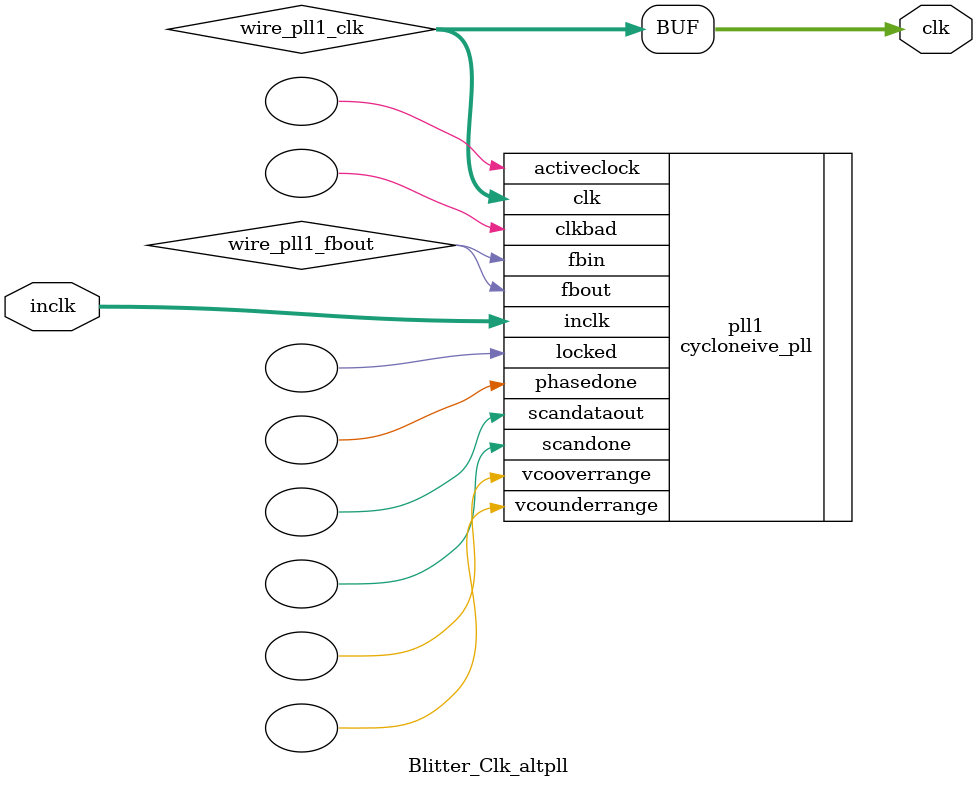
<source format=v>






//synthesis_resources = cycloneive_pll 1 
//synopsys translate_off
`timescale 1 ps / 1 ps
//synopsys translate_on
module  Blitter_Clk_altpll
	( 
	clk,
	inclk) /* synthesis synthesis_clearbox=1 */;
	output   [4:0]  clk;
	input   [1:0]  inclk;
`ifndef ALTERA_RESERVED_QIS
// synopsys translate_off
`endif
	tri0   [1:0]  inclk;
`ifndef ALTERA_RESERVED_QIS
// synopsys translate_on
`endif

	wire  [4:0]   wire_pll1_clk;
	wire  wire_pll1_fbout;

	cycloneive_pll   pll1
	( 
	.activeclock(),
	.clk(wire_pll1_clk),
	.clkbad(),
	.fbin(wire_pll1_fbout),
	.fbout(wire_pll1_fbout),
	.inclk(inclk),
	.locked(),
	.phasedone(),
	.scandataout(),
	.scandone(),
	.vcooverrange(),
	.vcounderrange()
	`ifndef FORMAL_VERIFICATION
	// synopsys translate_off
	`endif
	,
	.areset(1'b0),
	.clkswitch(1'b0),
	.configupdate(1'b0),
	.pfdena(1'b1),
	.phasecounterselect({3{1'b0}}),
	.phasestep(1'b0),
	.phaseupdown(1'b0),
	.scanclk(1'b0),
	.scanclkena(1'b1),
	.scandata(1'b0)
	`ifndef FORMAL_VERIFICATION
	// synopsys translate_on
	`endif
	);
	defparam
		pll1.bandwidth_type = "auto",
		pll1.clk0_divide_by = 1,
		pll1.clk0_duty_cycle = 50,
		pll1.clk0_multiply_by = 2,
		pll1.clk0_phase_shift = "0",
		pll1.compensate_clock = "clk0",
		pll1.inclk0_input_frequency = 20000,
		pll1.operation_mode = "normal",
		pll1.pll_type = "auto",
		pll1.lpm_type = "cycloneive_pll";
	assign
		clk = {wire_pll1_clk[4:0]};
endmodule //Blitter_Clk_altpll
//VALID FILE

</source>
